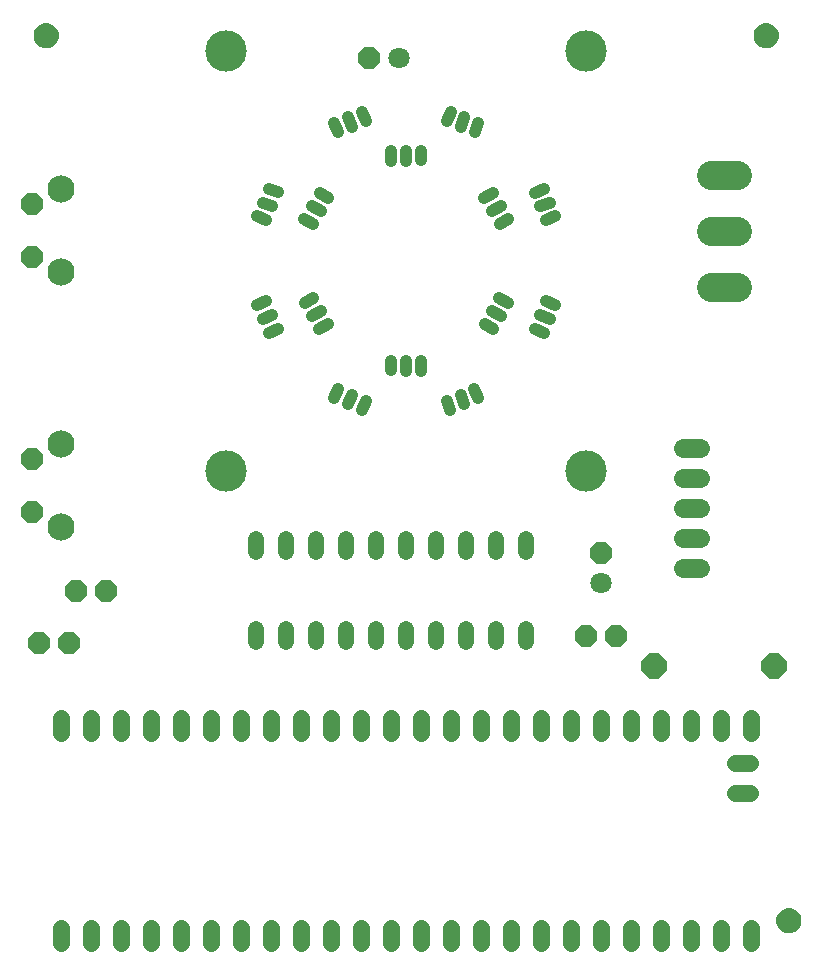
<source format=gbr>
G04 EAGLE Gerber RS-274X export*
G75*
%MOMM*%
%FSLAX34Y34*%
%LPD*%
%INSoldermask Top*%
%IPPOS*%
%AMOC8*
5,1,8,0,0,1.08239X$1,22.5*%
G01*
%ADD10P,1.951982X8X22.500000*%
%ADD11P,1.951982X8X202.500000*%
%ADD12C,1.058000*%
%ADD13C,1.016000*%
%ADD14C,3.503200*%
%ADD15C,1.625600*%
%ADD16C,2.443481*%
%ADD17P,1.951982X8X112.500000*%
%ADD18C,1.803400*%
%ADD19P,2.309387X8X202.500000*%
%ADD20C,1.341119*%
%ADD21P,2.034460X8X292.500000*%
%ADD22C,2.301238*%
%ADD23C,1.463200*%

G36*
X39892Y789620D02*
X39892Y789620D01*
X39935Y789632D01*
X40001Y789639D01*
X41684Y790090D01*
X41725Y790109D01*
X41788Y790128D01*
X43368Y790865D01*
X43405Y790891D01*
X43464Y790920D01*
X44892Y791920D01*
X44923Y791952D01*
X44976Y791991D01*
X46209Y793224D01*
X46234Y793260D01*
X46280Y793308D01*
X47280Y794736D01*
X47298Y794777D01*
X47335Y794832D01*
X48072Y796412D01*
X48083Y796455D01*
X48110Y796516D01*
X48561Y798199D01*
X48563Y798231D01*
X48570Y798252D01*
X48570Y798267D01*
X48580Y798308D01*
X48732Y800045D01*
X48728Y800089D01*
X48732Y800155D01*
X48580Y801892D01*
X48568Y801935D01*
X48561Y802001D01*
X48110Y803684D01*
X48091Y803725D01*
X48072Y803788D01*
X47335Y805368D01*
X47309Y805405D01*
X47280Y805464D01*
X46280Y806892D01*
X46248Y806923D01*
X46209Y806976D01*
X44976Y808209D01*
X44940Y808234D01*
X44892Y808280D01*
X43464Y809280D01*
X43423Y809298D01*
X43368Y809335D01*
X41788Y810072D01*
X41745Y810083D01*
X41684Y810110D01*
X40001Y810561D01*
X39956Y810564D01*
X39892Y810580D01*
X38155Y810732D01*
X38111Y810728D01*
X38045Y810732D01*
X36308Y810580D01*
X36265Y810568D01*
X36199Y810561D01*
X34516Y810110D01*
X34475Y810091D01*
X34412Y810072D01*
X32832Y809335D01*
X32795Y809309D01*
X32736Y809280D01*
X31308Y808280D01*
X31277Y808248D01*
X31224Y808209D01*
X29991Y806976D01*
X29966Y806940D01*
X29920Y806892D01*
X28920Y805464D01*
X28902Y805423D01*
X28865Y805368D01*
X28128Y803788D01*
X28117Y803745D01*
X28090Y803684D01*
X27639Y802001D01*
X27636Y801956D01*
X27620Y801892D01*
X27468Y800155D01*
X27472Y800111D01*
X27468Y800045D01*
X27620Y798308D01*
X27632Y798265D01*
X27636Y798231D01*
X27636Y798215D01*
X27638Y798210D01*
X27639Y798199D01*
X28090Y796516D01*
X28109Y796475D01*
X28128Y796412D01*
X28865Y794832D01*
X28891Y794795D01*
X28920Y794736D01*
X29920Y793308D01*
X29952Y793277D01*
X29991Y793224D01*
X31224Y791991D01*
X31260Y791966D01*
X31308Y791920D01*
X32736Y790920D01*
X32777Y790902D01*
X32832Y790865D01*
X34412Y790128D01*
X34455Y790117D01*
X34516Y790090D01*
X36199Y789639D01*
X36244Y789636D01*
X36308Y789620D01*
X38045Y789468D01*
X38089Y789472D01*
X38155Y789468D01*
X39892Y789620D01*
G37*
G36*
X649492Y789620D02*
X649492Y789620D01*
X649535Y789632D01*
X649601Y789639D01*
X651284Y790090D01*
X651325Y790109D01*
X651388Y790128D01*
X652968Y790865D01*
X653005Y790891D01*
X653064Y790920D01*
X654492Y791920D01*
X654523Y791952D01*
X654576Y791991D01*
X655809Y793224D01*
X655834Y793260D01*
X655880Y793308D01*
X656880Y794736D01*
X656898Y794777D01*
X656935Y794832D01*
X657672Y796412D01*
X657683Y796455D01*
X657710Y796516D01*
X658161Y798199D01*
X658163Y798231D01*
X658170Y798252D01*
X658170Y798267D01*
X658180Y798308D01*
X658332Y800045D01*
X658328Y800089D01*
X658332Y800155D01*
X658180Y801892D01*
X658168Y801935D01*
X658161Y802001D01*
X657710Y803684D01*
X657691Y803725D01*
X657672Y803788D01*
X656935Y805368D01*
X656909Y805405D01*
X656880Y805464D01*
X655880Y806892D01*
X655848Y806923D01*
X655809Y806976D01*
X654576Y808209D01*
X654540Y808234D01*
X654492Y808280D01*
X653064Y809280D01*
X653023Y809298D01*
X652968Y809335D01*
X651388Y810072D01*
X651345Y810083D01*
X651284Y810110D01*
X649601Y810561D01*
X649556Y810564D01*
X649492Y810580D01*
X647755Y810732D01*
X647711Y810728D01*
X647645Y810732D01*
X645908Y810580D01*
X645865Y810568D01*
X645799Y810561D01*
X644116Y810110D01*
X644075Y810091D01*
X644012Y810072D01*
X642432Y809335D01*
X642395Y809309D01*
X642336Y809280D01*
X640908Y808280D01*
X640877Y808248D01*
X640824Y808209D01*
X639591Y806976D01*
X639566Y806940D01*
X639520Y806892D01*
X638520Y805464D01*
X638502Y805423D01*
X638465Y805368D01*
X637728Y803788D01*
X637717Y803745D01*
X637690Y803684D01*
X637239Y802001D01*
X637236Y801956D01*
X637220Y801892D01*
X637068Y800155D01*
X637072Y800111D01*
X637068Y800045D01*
X637220Y798308D01*
X637232Y798265D01*
X637236Y798231D01*
X637236Y798215D01*
X637238Y798210D01*
X637239Y798199D01*
X637690Y796516D01*
X637709Y796475D01*
X637728Y796412D01*
X638465Y794832D01*
X638491Y794795D01*
X638520Y794736D01*
X639520Y793308D01*
X639552Y793277D01*
X639591Y793224D01*
X640824Y791991D01*
X640860Y791966D01*
X640908Y791920D01*
X642336Y790920D01*
X642377Y790902D01*
X642432Y790865D01*
X644012Y790128D01*
X644055Y790117D01*
X644116Y790090D01*
X645799Y789639D01*
X645844Y789636D01*
X645908Y789620D01*
X647645Y789468D01*
X647689Y789472D01*
X647755Y789468D01*
X649492Y789620D01*
G37*
G36*
X668542Y40320D02*
X668542Y40320D01*
X668585Y40332D01*
X668651Y40339D01*
X670334Y40790D01*
X670375Y40809D01*
X670438Y40828D01*
X672018Y41565D01*
X672055Y41591D01*
X672114Y41620D01*
X673542Y42620D01*
X673573Y42652D01*
X673626Y42691D01*
X674859Y43924D01*
X674884Y43960D01*
X674930Y44008D01*
X675930Y45436D01*
X675948Y45477D01*
X675985Y45532D01*
X676722Y47112D01*
X676733Y47155D01*
X676760Y47216D01*
X677211Y48899D01*
X677213Y48931D01*
X677220Y48952D01*
X677220Y48967D01*
X677230Y49008D01*
X677382Y50745D01*
X677378Y50789D01*
X677382Y50855D01*
X677230Y52592D01*
X677218Y52635D01*
X677211Y52701D01*
X676760Y54384D01*
X676741Y54425D01*
X676722Y54488D01*
X675985Y56068D01*
X675959Y56105D01*
X675930Y56164D01*
X674930Y57592D01*
X674898Y57623D01*
X674859Y57676D01*
X673626Y58909D01*
X673590Y58934D01*
X673542Y58980D01*
X672114Y59980D01*
X672073Y59998D01*
X672018Y60035D01*
X670438Y60772D01*
X670395Y60783D01*
X670334Y60810D01*
X668651Y61261D01*
X668606Y61264D01*
X668542Y61280D01*
X666805Y61432D01*
X666761Y61428D01*
X666695Y61432D01*
X664958Y61280D01*
X664915Y61268D01*
X664849Y61261D01*
X663166Y60810D01*
X663125Y60791D01*
X663062Y60772D01*
X661482Y60035D01*
X661445Y60009D01*
X661386Y59980D01*
X659958Y58980D01*
X659927Y58948D01*
X659874Y58909D01*
X658641Y57676D01*
X658616Y57640D01*
X658570Y57592D01*
X657570Y56164D01*
X657552Y56123D01*
X657515Y56068D01*
X656778Y54488D01*
X656767Y54445D01*
X656740Y54384D01*
X656289Y52701D01*
X656286Y52656D01*
X656270Y52592D01*
X656118Y50855D01*
X656122Y50811D01*
X656118Y50745D01*
X656270Y49008D01*
X656282Y48965D01*
X656286Y48931D01*
X656286Y48915D01*
X656288Y48910D01*
X656289Y48899D01*
X656740Y47216D01*
X656759Y47175D01*
X656778Y47112D01*
X657515Y45532D01*
X657541Y45495D01*
X657570Y45436D01*
X658570Y44008D01*
X658602Y43977D01*
X658641Y43924D01*
X659874Y42691D01*
X659910Y42666D01*
X659958Y42620D01*
X661386Y41620D01*
X661427Y41602D01*
X661482Y41565D01*
X663062Y40828D01*
X663105Y40817D01*
X663166Y40790D01*
X664849Y40339D01*
X664894Y40336D01*
X664958Y40320D01*
X666695Y40168D01*
X666739Y40172D01*
X666805Y40168D01*
X668542Y40320D01*
G37*
D10*
X495300Y292100D03*
X520700Y292100D03*
D11*
X88900Y330200D03*
X63500Y330200D03*
D12*
X285177Y718266D02*
X281906Y726164D01*
X293639Y731024D02*
X296911Y723126D01*
D13*
X308564Y728180D02*
X305453Y735690D01*
D12*
X330200Y702774D02*
X330200Y694226D01*
X342900Y694226D02*
X342900Y702774D01*
D13*
X355600Y702564D02*
X355600Y694436D01*
D12*
X264051Y640914D02*
X256649Y645188D01*
X262999Y656187D02*
X270401Y651913D01*
D13*
X276570Y663017D02*
X269531Y667081D01*
D12*
X276751Y556288D02*
X269349Y552015D01*
X262999Y563013D02*
X270401Y567287D01*
D13*
X263870Y578180D02*
X256831Y574117D01*
D12*
X355600Y524974D02*
X355600Y516426D01*
X342900Y516426D02*
X342900Y524974D01*
D13*
X330200Y524764D02*
X330200Y516636D01*
D12*
X421749Y578285D02*
X429151Y574012D01*
X422801Y563013D02*
X415399Y567287D01*
D13*
X409231Y556183D02*
X416270Y552120D01*
D12*
X409049Y662912D02*
X416451Y667186D01*
X422801Y656187D02*
X415399Y651913D01*
D13*
X421931Y641019D02*
X428970Y645083D01*
D12*
X224514Y643856D02*
X216616Y647127D01*
X221476Y658861D02*
X229374Y655589D01*
D13*
X234040Y667403D02*
X226530Y670513D01*
D12*
X234234Y551877D02*
X226336Y548606D01*
X221476Y560339D02*
X229374Y563611D01*
D13*
X224320Y575263D02*
X216810Y572153D01*
D12*
X308644Y491214D02*
X305373Y483316D01*
X293639Y488176D02*
X296911Y496074D01*
D13*
X285097Y500740D02*
X281987Y493230D01*
D12*
X400623Y500934D02*
X403894Y493036D01*
X392161Y488176D02*
X388889Y496074D01*
D13*
X377237Y491020D02*
X380347Y483510D01*
D12*
X461286Y575344D02*
X469184Y572073D01*
X464324Y560339D02*
X456426Y563611D01*
D13*
X451760Y551797D02*
X459270Y548687D01*
D12*
X451566Y667323D02*
X459464Y670594D01*
X464324Y658861D02*
X456426Y655589D01*
D13*
X461480Y643937D02*
X468990Y647047D01*
D12*
X377156Y727986D02*
X380427Y735884D01*
X392161Y731024D02*
X388889Y723126D01*
D13*
X400703Y718460D02*
X403814Y725970D01*
D14*
X190500Y431800D03*
X495300Y431800D03*
X190500Y787400D03*
X495300Y787400D03*
D15*
X577088Y450850D02*
X591312Y450850D01*
X591312Y425450D02*
X577088Y425450D01*
X577088Y400050D02*
X591312Y400050D01*
X591312Y374650D02*
X577088Y374650D01*
X577088Y349250D02*
X591312Y349250D01*
D16*
X600939Y635000D02*
X623341Y635000D01*
X623341Y587502D02*
X600939Y587502D01*
X600939Y682498D02*
X623341Y682498D01*
D17*
X508000Y361950D03*
D18*
X508000Y336550D03*
D11*
X311150Y781050D03*
D18*
X336550Y781050D03*
D19*
X552450Y266700D03*
X654050Y266700D03*
D20*
X444500Y362610D02*
X444500Y373990D01*
X419100Y373990D02*
X419100Y362610D01*
X292100Y362610D02*
X292100Y373990D01*
X266700Y373990D02*
X266700Y362610D01*
X393700Y362610D02*
X393700Y373990D01*
X368300Y373990D02*
X368300Y362610D01*
X317500Y362610D02*
X317500Y373990D01*
X342900Y373990D02*
X342900Y362610D01*
X241300Y362610D02*
X241300Y373990D01*
X215900Y373990D02*
X215900Y362610D01*
X215900Y297790D02*
X215900Y286410D01*
X241300Y286410D02*
X241300Y297790D01*
X266700Y297790D02*
X266700Y286410D01*
X292100Y286410D02*
X292100Y297790D01*
X317500Y297790D02*
X317500Y286410D01*
X342900Y286410D02*
X342900Y297790D01*
X368300Y297790D02*
X368300Y286410D01*
X393700Y286410D02*
X393700Y297790D01*
X419100Y297790D02*
X419100Y286410D01*
X444500Y286410D02*
X444500Y297790D01*
D21*
X25654Y657606D03*
X25654Y612394D03*
D22*
X50546Y670052D03*
X50546Y599948D03*
D10*
X31750Y285750D03*
X57150Y285750D03*
D21*
X25654Y441706D03*
X25654Y396494D03*
D22*
X50546Y454152D03*
X50546Y384048D03*
D23*
X482600Y222200D02*
X482600Y209600D01*
X457200Y209600D02*
X457200Y222200D01*
X431800Y222200D02*
X431800Y209600D01*
X406400Y209600D02*
X406400Y222200D01*
X381000Y222200D02*
X381000Y209600D01*
X355600Y209600D02*
X355600Y222200D01*
X330200Y222200D02*
X330200Y209600D01*
X304800Y209600D02*
X304800Y222200D01*
X279400Y222200D02*
X279400Y209600D01*
X254000Y209600D02*
X254000Y222200D01*
X254000Y44400D02*
X254000Y31800D01*
X279400Y31800D02*
X279400Y44400D01*
X304800Y44400D02*
X304800Y31800D01*
X330200Y31800D02*
X330200Y44400D01*
X355600Y44400D02*
X355600Y31800D01*
X381000Y31800D02*
X381000Y44400D01*
X406400Y44400D02*
X406400Y31800D01*
X431800Y31800D02*
X431800Y44400D01*
X457200Y44400D02*
X457200Y31800D01*
X482600Y31800D02*
X482600Y44400D01*
X621080Y158750D02*
X633680Y158750D01*
X633680Y184150D02*
X621080Y184150D01*
X228600Y209600D02*
X228600Y222200D01*
X203200Y222200D02*
X203200Y209600D01*
X508000Y44400D02*
X508000Y31800D01*
X533400Y31800D02*
X533400Y44400D01*
X558800Y44400D02*
X558800Y31800D01*
X584200Y31800D02*
X584200Y44400D01*
X609600Y44400D02*
X609600Y31800D01*
X635000Y31800D02*
X635000Y44400D01*
X508000Y209600D02*
X508000Y222200D01*
X533400Y222200D02*
X533400Y209600D01*
X558800Y209600D02*
X558800Y222200D01*
X584200Y222200D02*
X584200Y209600D01*
X609600Y209600D02*
X609600Y222200D01*
X635000Y222200D02*
X635000Y209600D01*
X177800Y209600D02*
X177800Y222200D01*
X152400Y222200D02*
X152400Y209600D01*
X127000Y209600D02*
X127000Y222200D01*
X101600Y222200D02*
X101600Y209600D01*
X76200Y209600D02*
X76200Y222200D01*
X50800Y222200D02*
X50800Y209600D01*
X228600Y44400D02*
X228600Y31800D01*
X203200Y31800D02*
X203200Y44400D01*
X177800Y44400D02*
X177800Y31800D01*
X152400Y31800D02*
X152400Y44400D01*
X127000Y44400D02*
X127000Y31800D01*
X101600Y31800D02*
X101600Y44400D01*
X76200Y44400D02*
X76200Y31800D01*
X50800Y31800D02*
X50800Y44400D01*
M02*

</source>
